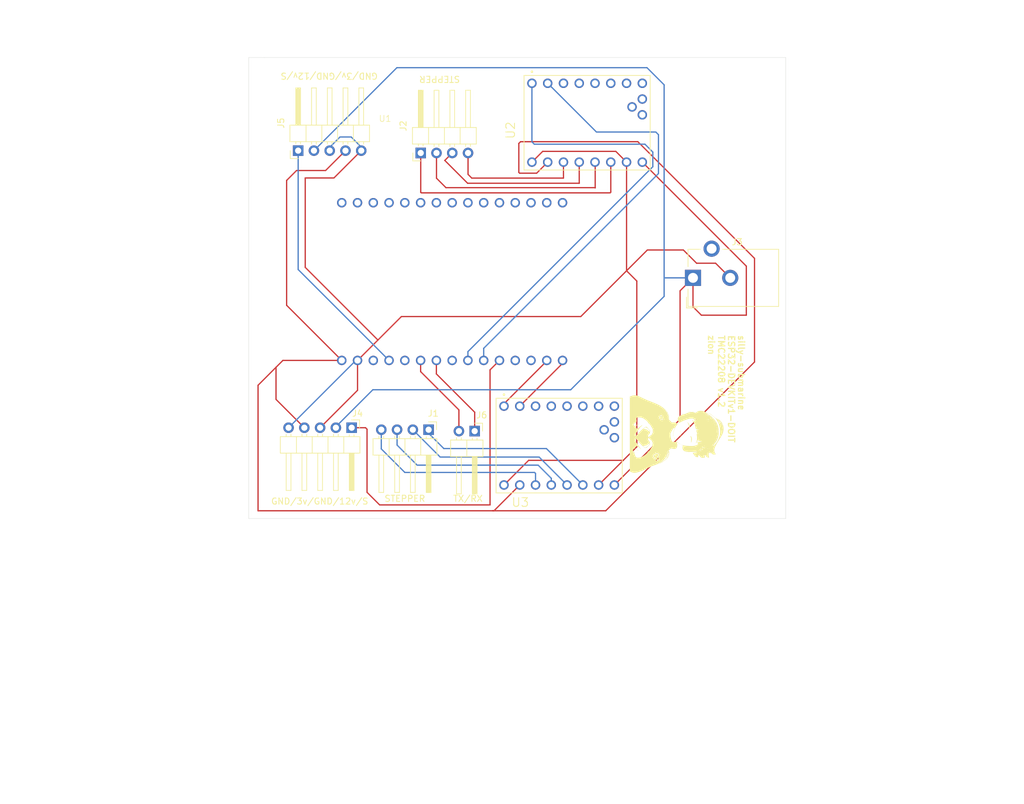
<source format=kicad_pcb>
(kicad_pcb (version 20240108) (generator "pcbnew") (generator_version "8.0")
  (layers (0 "F.Cu" signal) (31 "B.Cu" signal) (34 "B.Paste" user) (35 "F.Paste" user) (36 "B.SilkS" user "B.Silkscreen") (37 "F.SilkS" user "F.Silkscreen") (38 "B.Mask" user) (39 "F.Mask" user) (44 "Edge.Cuts" user))
  (net 0 "")
  (net 1 "Net-(J1-Pin_4)")
  (net 2 "Net-(J1-Pin_2)")
  (net 3 "Net-(J1-Pin_3)")
  (net 4 "Net-(J1-Pin_1)")
  (net 5 "Net-(J2-Pin_1)")
  (net 6 "Net-(J2-Pin_3)")
  (net 7 "Net-(J2-Pin_4)")
  (net 8 "Net-(J2-Pin_2)")
  (net 9 "+12V")
  (net 10 "Net-(J4-Pin_1)")
  (net 11 "Net-(J5-Pin_1)")
  (net 12 "Net-(U1-GPIO18)")
  (net 14 "Net-(U1-GPIO23)")
  (net 16 "Net-(U1-GPIO19)")
  (net 27 "Net-(U1-GPIO22)")
  (net 53 "Net-(J4-Pin_3)")
  (net 54 "Net-(J4-Pin_4)")
  (net 55 "Net-(J6-Pin_1)")
  (net 56 "Net-(J6-Pin_2)")
  (footprint "TMCv1.2:MODULE_TMC2208_SILENTSTEPSTICK" (layer "F.Cu") (at 134 37.5 90)
    (property "Reference" "U2" (at -1.22 -12.34 90) (layer "F.SilkS") (effects (font (size 1.4 1.4))))
    (property "Value" "TMC2208_SILENTSTEPSTICK")
    (pad "1" thru_hole circle (at -6.35 -8.89 90) (size 1.524 1.524) (drill 1.016) (layers "*.Cu" "*.Mask") (net 53 "Net-(J4-Pin_3)"))
    (pad "2" thru_hole circle (at -6.35 -6.35 90) (size 1.524 1.524) (drill 1.016) (layers "*.Cu" "*.Mask") (net 54 "Net-(J4-Pin_4)"))
    (pad "3" thru_hole circle (at -6.35 -3.81 90) (size 1.524 1.524) (drill 1.016) (layers "*.Cu" "*.Mask") (net 7 "Net-(J2-Pin_4)"))
    (pad "4" thru_hole circle (at -6.35 -1.27 90) (size 1.524 1.524) (drill 1.016) (layers "*.Cu" "*.Mask") (net 6 "Net-(J2-Pin_3)"))
    (pad "5" thru_hole circle (at -6.35 1.27 90) (size 1.524 1.524) (drill 1.016) (layers "*.Cu" "*.Mask") (net 8 "Net-(J2-Pin_2)"))
    (pad "6" thru_hole circle (at -6.35 3.81 90) (size 1.524 1.524) (drill 1.016) (layers "*.Cu" "*.Mask") (net 5 "Net-(J2-Pin_1)"))
    (pad "7" thru_hole circle (at -6.35 6.35 90) (size 1.524 1.524) (drill 1.016) (layers "*.Cu" "*.Mask") (net 53 "Net-(J4-Pin_3)"))
    (pad "8" thru_hole circle (at -6.35 8.89 90) (size 1.524 1.524) (drill 1.016) (layers "*.Cu" "*.Mask") (net 9 "+12V"))
    (pad "9" thru_hole circle (at 6.35 -8.89 90) (size 1.524 1.524) (drill 1.016) (layers "*.Cu" "*.Mask") (net 12 "Net-(U1-GPIO18)"))
    (pad "10" thru_hole circle (at 6.35 -6.35 90) (size 1.524 1.524) (drill 1.016) (layers "*.Cu" "*.Mask") (net 16 "Net-(U1-GPIO19)"))
    (pad "11" thru_hole circle (at 6.35 -3.81 90) (size 1.524 1.524) (drill 1.016) (layers "*.Cu" "*.Mask"))
    (pad "12" thru_hole circle (at 6.35 -1.27 90) (size 1.524 1.524) (drill 1.016) (layers "*.Cu" "*.Mask"))
    (pad "13" thru_hole circle (at 6.35 1.27 90) (size 1.524 1.524) (drill 1.016) (layers "*.Cu" "*.Mask"))
    (pad "14" thru_hole circle (at 6.35 3.81 90) (size 1.524 1.524) (drill 1.016) (layers "*.Cu" "*.Mask"))
    (pad "15" thru_hole circle (at 6.35 6.35 90) (size 1.524 1.524) (drill 1.016) (layers "*.Cu" "*.Mask"))
    (pad "16" thru_hole circle (at 6.35 8.89 90) (size 1.524 1.524) (drill 1.016) (layers "*.Cu" "*.Mask"))
    (pad "17" thru_hole circle (at 1.27 8.89 90) (size 1.524 1.524) (drill 1.016) (layers "*.Cu" "*.Mask"))
    (pad "18" thru_hole circle (at 3.81 8.89 90) (size 1.524 1.524) (drill 1.016) (layers "*.Cu" "*.Mask"))
    (pad "19" thru_hole circle (at 2.54 7.239 90) (size 1.524 1.524) (drill 1.016) (layers "*.Cu" "*.Mask"))
  )
  (footprint "Connector_PinHeader_2.54mm:PinHeader_1x04_P2.54mm_Horizontal" (layer "F.Cu") (at 108.47 86.945 -90)
    (property "Reference" "J1" (at -2.617 -0.75 180) (layer "F.SilkS"))
    (property "Value" "Conn_01x04_Socket")
    (pad "1" thru_hole rect (at 0 0 270) (size 1.7 1.7) (drill 1) (layers "*.Cu" "*.Mask") (net 4 "Net-(J1-Pin_1)"))
    (pad "2" thru_hole oval (at 0 2.54 270) (size 1.7 1.7) (drill 1) (layers "*.Cu" "*.Mask") (net 2 "Net-(J1-Pin_2)"))
    (pad "3" thru_hole oval (at 0 5.08 270) (size 1.7 1.7) (drill 1) (layers "*.Cu" "*.Mask") (net 3 "Net-(J1-Pin_3)"))
    (pad "4" thru_hole oval (at 0 7.62 270) (size 1.7 1.7) (drill 1) (layers "*.Cu" "*.Mask") (net 1 "Net-(J1-Pin_4)"))
  )
  (footprint "MountingHole:MountingHole_3.2mm_M3" (layer "F.Cu") (at 158.75 96.5)
    (property "Reference" "REF**")
    (property "Value" "MountingHole_3.2mm_M3")
    (pad "" np_thru_hole circle (at 0 0) (size 3.2 3.2) (drill 3.2) (layers "*.Cu" "*.Mask"))
  )
  (footprint "Connector_PinHeader_2.54mm:PinHeader_1x05_P2.54mm_Horizontal" (layer "F.Cu") (at 96.075 86.625 -90)
    (property "Reference" "J4" (at -2.297 -0.953 180) (layer "F.SilkS"))
    (property "Value" "Conn_01x05_Socket port bruhsless")
    (pad "1" thru_hole rect (at 0 0 270) (size 1.7 1.7) (drill 1) (layers "*.Cu" "*.Mask") (net 10 "Net-(J4-Pin_1)"))
    (pad "2" thru_hole oval (at 0 2.54 270) (size 1.7 1.7) (drill 1) (layers "*.Cu" "*.Mask") (net 9 "+12V"))
    (pad "3" thru_hole oval (at 0 5.08 270) (size 1.7 1.7) (drill 1) (layers "*.Cu" "*.Mask") (net 53 "Net-(J4-Pin_3)"))
    (pad "4" thru_hole oval (at 0 7.62 270) (size 1.7 1.7) (drill 1) (layers "*.Cu" "*.Mask") (net 54 "Net-(J4-Pin_4)"))
    (pad "5" thru_hole oval (at 0 10.16 270) (size 1.7 1.7) (drill 1) (layers "*.Cu" "*.Mask") (net 53 "Net-(J4-Pin_3)"))
  )
  (footprint "Connector_PinHeader_2.54mm:PinHeader_1x02_P2.54mm_Horizontal" (layer "F.Cu") (at 115.89 87.17 -90)
    (property "Reference" "J6" (at -2.57 -1.14 180) (layer "F.SilkS"))
    (property "Value" "Conn_01x02_Socket")
    (pad "1" thru_hole rect (at 0 0 270) (size 1.7 1.7) (drill 1) (layers "*.Cu" "*.Mask") (net 55 "Net-(J6-Pin_1)"))
    (pad "2" thru_hole oval (at 0 2.54 270) (size 1.7 1.7) (drill 1) (layers "*.Cu" "*.Mask") (net 56 "Net-(J6-Pin_2)"))
  )
  (footprint "TMCv1.2:MODULE_TMC2208_SILENTSTEPSTICK" (layer "F.Cu") (at 129.5 89.5 90)
    (property "Reference" "U3" (at -9.15 -6.26 0) (layer "F.SilkS") (effects (font (size 1.4 1.4))))
    (property "Value" "TMC2208_SILENTSTEPSTICK")
    (pad "1" thru_hole circle (at -6.35 -8.89 90) (size 1.524 1.524) (drill 1.016) (layers "*.Cu" "*.Mask") (net 53 "Net-(J4-Pin_3)"))
    (pad "2" thru_hole circle (at -6.35 -6.35 90) (size 1.524 1.524) (drill 1.016) (layers "*.Cu" "*.Mask") (net 54 "Net-(J4-Pin_4)"))
    (pad "3" thru_hole circle (at -6.35 -3.81 90) (size 1.524 1.524) (drill 1.016) (layers "*.Cu" "*.Mask") (net 1 "Net-(J1-Pin_4)"))
    (pad "4" thru_hole circle (at -6.35 -1.27 90) (size 1.524 1.524) (drill 1.016) (layers "*.Cu" "*.Mask") (net 3 "Net-(J1-Pin_3)"))
    (pad "5" thru_hole circle (at -6.35 1.27 90) (size 1.524 1.524) (drill 1.016) (layers "*.Cu" "*.Mask") (net 2 "Net-(J1-Pin_2)"))
    (pad "6" thru_hole circle (at -6.35 3.81 90) (size 1.524 1.524) (drill 1.016) (layers "*.Cu" "*.Mask") (net 4 "Net-(J1-Pin_1)"))
    (pad "7" thru_hole circle (at -6.35 6.35 90) (size 1.524 1.524) (drill 1.016) (layers "*.Cu" "*.Mask") (net 53 "Net-(J4-Pin_3)"))
    (pad "8" thru_hole circle (at -6.35 8.89 90) (size 1.524 1.524) (drill 1.016) (layers "*.Cu" "*.Mask") (net 9 "+12V"))
    (pad "9" thru_hole circle (at 6.35 -8.89 90) (size 1.524 1.524) (drill 1.016) (layers "*.Cu" "*.Mask") (net 27 "Net-(U1-GPIO22)"))
    (pad "10" thru_hole circle (at 6.35 -6.35 90) (size 1.524 1.524) (drill 1.016) (layers "*.Cu" "*.Mask") (net 14 "Net-(U1-GPIO23)"))
    (pad "11" thru_hole circle (at 6.35 -3.81 90) (size 1.524 1.524) (drill 1.016) (layers "*.Cu" "*.Mask"))
    (pad "12" thru_hole circle (at 6.35 -1.27 90) (size 1.524 1.524) (drill 1.016) (layers "*.Cu" "*.Mask"))
    (pad "13" thru_hole circle (at 6.35 1.27 90) (size 1.524 1.524) (drill 1.016) (layers "*.Cu" "*.Mask"))
    (pad "14" thru_hole circle (at 6.35 3.81 90) (size 1.524 1.524) (drill 1.016) (layers "*.Cu" "*.Mask"))
    (pad "15" thru_hole circle (at 6.35 6.35 90) (size 1.524 1.524) (drill 1.016) (layers "*.Cu" "*.Mask"))
    (pad "16" thru_hole circle (at 6.35 8.89 90) (size 1.524 1.524) (drill 1.016) (layers "*.Cu" "*.Mask"))
    (pad "17" thru_hole circle (at 1.27 8.89 90) (size 1.524 1.524) (drill 1.016) (layers "*.Cu" "*.Mask"))
    (pad "18" thru_hole circle (at 3.81 8.89 90) (size 1.524 1.524) (drill 1.016) (layers "*.Cu" "*.Mask"))
    (pad "19" thru_hole circle (at 2.54 7.239 90) (size 1.524 1.524) (drill 1.016) (layers "*.Cu" "*.Mask"))
  )
  (footprint "MountingHole:MountingHole_3.2mm_M3" (layer "F.Cu") (at 83.312 71.628)
    (property "Reference" "REF**")
    (property "Value" "MountingHole_3.2mm_M3")
    (pad "" np_thru_hole circle (at 0 0) (size 3.2 3.2) (drill 3.2) (layers "*.Cu" "*.Mask"))
  )
  (footprint "MountingHole:MountingHole_3.2mm_M3" (layer "F.Cu") (at 157.48 34.036)
    (property "Reference" "REF**")
    (property "Value" "MountingHole_3.2mm_M3")
    (pad "" np_thru_hole circle (at 0 0) (size 3.2 3.2) (drill 3.2) (layers "*.Cu" "*.Mask"))
  )
  (footprint "ESP32-DevKit-DOIT:ESP32-DevKitV1-DOIT" (layer "F.Cu") (at 94.482 50.387)
    (property "Reference" "U1" (at 6.978 -13.547 0) (layer "F.SilkS") (effects (font (thickness 0.1))))
    (property "Value" "~")
    (pad "1" thru_hole circle (at 0 0) (size 1.524 1.524) (drill 1.016) (layers "*.Cu" "*.Mask"))
    (pad "2" thru_hole circle (at 2.54 0) (size 1.524 1.524) (drill 1.016) (layers "*.Cu" "*.Mask"))
    (pad "3" thru_hole circle (at 5.08 0) (size 1.524 1.524) (drill 1.016) (layers "*.Cu" "*.Mask"))
    (pad "4" thru_hole circle (at 7.62 0) (size 1.524 1.524) (drill 1.016) (layers "*.Cu" "*.Mask"))
    (pad "5" thru_hole circle (at 10.16 0) (size 1.524 1.524) (drill 1.016) (layers "*.Cu" "*.Mask"))
    (pad "6" thru_hole circle (at 12.7 0) (size 1.524 1.524) (drill 1.016) (layers "*.Cu" "*.Mask"))
    (pad "7" thru_hole circle (at 15.24 0) (size 1.524 1.524) (drill 1.016) (layers "*.Cu" "*.Mask"))
    (pad "8" thru_hole circle (at 17.78 0) (size 1.524 1.524) (drill 1.016) (layers "*.Cu" "*.Mask"))
    (pad "9" thru_hole circle (at 20.32 0) (size 1.524 1.524) (drill 1.016) (layers "*.Cu" "*.Mask"))
    (pad "10" thru_hole circle (at 22.86 0) (size 1.524 1.524) (drill 1.016) (layers "*.Cu" "*.Mask"))
    (pad "11" thru_hole circle (at 25.4 0) (size 1.524 1.524) (drill 1.016) (layers "*.Cu" "*.Mask"))
    (pad "12" thru_hole circle (at 27.94 0) (size 1.524 1.524) (drill 1.016) (layers "*.Cu" "*.Mask"))
    (pad "13" thru_hole circle (at 30.48 0) (size 1.524 1.524) (drill 1.016) (layers "*.Cu" "*.Mask"))
    (pad "14" thru_hole circle (at 33.02 0) (size 1.524 1.524) (drill 1.016) (layers "*.Cu" "*.Mask"))
    (pad "15" thru_hole circle (at 35.56 0) (size 1.524 1.524) (drill 1.016) (layers "*.Cu" "*.Mask"))
    (pad "16" thru_hole circle (at 0 25.4) (size 1.524 1.524) (drill 1.016) (layers "*.Cu" "*.Mask") (net 54 "Net-(J4-Pin_4)"))
    (pad "17" thru_hole circle (at 2.54 25.4) (size 1.524 1.524) (drill 1.016) (layers "*.Cu" "*.Mask") (net 53 "Net-(J4-Pin_3)"))
    (pad "18" thru_hole circle (at 5.08 25.4) (size 1.524 1.524) (drill 1.016) (layers "*.Cu" "*.Mask"))
    (pad "19" thru_hole circle (at 7.62 25.4) (size 1.524 1.524) (drill 1.016) (layers "*.Cu" "*.Mask") (net 11 "Net-(J5-Pin_1)"))
    (pad "20" thru_hole circle (at 10.16 25.4) (size 1.524 1.524) (drill 1.016) (layers "*.Cu" "*.Mask"))
    (pad "21" thru_hole circle (at 12.7 25.4) (size 1.524 1.524) (drill 1.016) (layers "*.Cu" "*.Mask") (net 56 "Net-(J6-Pin_2)"))
    (pad "22" thru_hole circle (at 15.24 25.4) (size 1.524 1.524) (drill 1.016) (layers "*.Cu" "*.Mask") (net 55 "Net-(J6-Pin_1)"))
    (pad "23" thru_hole circle (at 17.78 25.4) (size 1.524 1.524) (drill 1.016) (layers "*.Cu" "*.Mask"))
    (pad "24" thru_hole circle (at 20.32 25.4) (size 1.524 1.524) (drill 1.016) (layers "*.Cu" "*.Mask") (net 12 "Net-(U1-GPIO18)"))
    (pad "25" thru_hole circle (at 22.86 25.4) (size 1.524 1.524) (drill 1.016) (layers "*.Cu" "*.Mask") (net 16 "Net-(U1-GPIO19)"))
    (pad "26" thru_hole circle (at 25.4 25.4) (size 1.524 1.524) (drill 1.016) (layers "*.Cu" "*.Mask") (net 10 "Net-(J4-Pin_1)"))
    (pad "27" thru_hole circle (at 27.94 25.4) (size 1.524 1.524) (drill 1.016) (layers "*.Cu" "*.Mask"))
    (pad "28" thru_hole circle (at 30.48 25.4) (size 1.524 1.524) (drill 1.016) (layers "*.Cu" "*.Mask"))
    (pad "29" thru_hole circle (at 33.02 25.4) (size 1.524 1.524) (drill 1.016) (layers "*.Cu" "*.Mask") (net 27 "Net-(U1-GPIO22)"))
    (pad "30" thru_hole circle (at 35.56 25.4) (size 1.524 1.524) (drill 1.016) (layers "*.Cu" "*.Mask") (net 14 "Net-(U1-GPIO23)"))
  )
  (footprint "Connector_BarrelJack:BarrelJack_CUI_PJ-102AH_Horizontal" (layer "F.Cu") (at 151.05 62.49 90)
    (property "Reference" "J3" (at 5.78 7.12 360) (layer "F.SilkS"))
    (property "Value" "Jack-DC")
    (pad "1" thru_hole rect (at 0 0 90) (size 2.6 2.6) (drill 1.6) (layers "*.Cu" "*.Mask") (net 9 "+12V"))
    (pad "2" thru_hole circle (at 0 6 90) (size 2.6 2.6) (drill 1.6) (layers "*.Cu" "*.Mask") (net 53 "Net-(J4-Pin_3)"))
    (pad "3" thru_hole circle (at 4.7 3 90) (size 2.6 2.6) (drill 1.6) (layers "*.Cu" "*.Mask"))
  )
  (footprint "Connector_PinHeader_2.54mm:PinHeader_1x05_P2.54mm_Horizontal" (layer "F.Cu") (at 87.46 42 90)
    (property "Reference" "J5" (at 4.44 -2.77 90) (layer "F.SilkS"))
    (property "Value" "Conn_01x05_Socket stbd bruhshless")
    (pad "1" thru_hole rect (at 0 0 90) (size 1.7 1.7) (drill 1) (layers "*.Cu" "*.Mask") (net 11 "Net-(J5-Pin_1)"))
    (pad "2" thru_hole oval (at 0 2.54 90) (size 1.7 1.7) (drill 1) (layers "*.Cu" "*.Mask") (net 9 "+12V"))
    (pad "3" thru_hole oval (at 0 5.08 90) (size 1.7 1.7) (drill 1) (layers "*.Cu" "*.Mask") (net 53 "Net-(J4-Pin_3)"))
    (pad "4" thru_hole oval (at 0 7.62 90) (size 1.7 1.7) (drill 1) (layers "*.Cu" "*.Mask") (net 54 "Net-(J4-Pin_4)"))
    (pad "5" thru_hole oval (at 0 10.16 90) (size 1.7 1.7) (drill 1) (layers "*.Cu" "*.Mask") (net 53 "Net-(J4-Pin_3)"))
  )
  (footprint "bitmaps:lofigirl_bitmap_20mmx20mm" (layer "F.Cu") (at 150.88 88.13 -90)
    (property "Reference" "G***")
    (property "Value" "LOGO" (hide yes))
  )
  (footprint "Connector_PinHeader_2.54mm:PinHeader_1x04_P2.54mm_Horizontal" (layer "F.Cu") (at 107.2 42.375 90)
    (property "Reference" "J2" (at 4.355 -2.81 90) (layer "F.SilkS"))
    (property "Value" "Conn_01x04_Socket")
    (pad "1" thru_hole rect (at 0 0 90) (size 1.7 1.7) (drill 1) (layers "*.Cu" "*.Mask") (net 5 "Net-(J2-Pin_1)"))
    (pad "2" thru_hole oval (at 0 2.54 90) (size 1.7 1.7) (drill 1) (layers "*.Cu" "*.Mask") (net 8 "Net-(J2-Pin_2)"))
    (pad "3" thru_hole oval (at 0 5.08 90) (size 1.7 1.7) (drill 1) (layers "*.Cu" "*.Mask") (net 6 "Net-(J2-Pin_3)"))
    (pad "4" thru_hole oval (at 0 7.62 90) (size 1.7 1.7) (drill 1) (layers "*.Cu" "*.Mask") (net 7 "Net-(J2-Pin_4)"))
  )
  (gr_line (start 166 27) (end 166 101.25) (stroke (width 0.05)) (layer "Edge.Cuts"))
  (gr_line (start 79.5 27) (end 82 27) (stroke (width 0.05)) (layer "Edge.Cuts"))
  (gr_line (start 79.5 101.25) (end 79.5 27) (stroke (width 0.05)) (layer "Edge.Cuts"))
  (gr_line (start 82 27) (end 166 27) (stroke (width 0.05)) (layer "Edge.Cuts"))
  (gr_line (start 166 101.25) (end 79.5 101.25) (stroke (width 0.05)) (layer "Edge.Cuts"))
  (gr_text "GND/3v/GND/12v/S" (at 92.456 29.972 180) (layer "F.SilkS") (effects (font (size 1 1))))
  (gr_text "GND/3v/GND/12v/S" (at 90.932 98.48 0) (layer "F.SilkS") (effects (font (size 1 1))))
  (gr_text "TX/RX" (at 114.808 98.044 0) (layer "F.SilkS") (effects (font (size 1 1))))
  (gr_text "silly-submarine\nESP32-DEVKITv1-DOIT\nTMC22208 v1.2\nzion" (at 153.416 71.628 270) (layer "F.SilkS") (effects (font (size 1 1) (thickness 0.2) (bold yes)) (justify left bottom)))
  (gr_text "STEPPER" (at 104.648 98.044 0) (layer "F.SilkS") (effects (font (size 1 1))))
  (gr_text "STEPPER" (at 110.236 30.48 180) (layer "F.SilkS") (effects (font (size 1 1))))
  (segment (start 125.69 95.85) (end 125.69 93.99) (width 0.2) (layer "B.Cu") (net 1))
  (segment (start 100.85 90.04) (end 100.85 86.945) (width 0.2) (layer "B.Cu") (net 1))
  (segment (start 104.64 93.83) (end 100.85 90.04) (width 0.2) (layer "B.Cu") (net 1))
  (segment (start 125.69 93.99) (end 125.53 93.83) (width 0.2) (layer "B.Cu") (net 1))
  (segment (start 125.53 93.83) (end 104.64 93.83) (width 0.2) (layer "B.Cu") (net 1))
  (segment (start 130.77 95.85) (end 126.27 91.35) (width 0.2) (layer "B.Cu") (net 2))
  (segment (start 110.335 91.35) (end 105.93 86.945) (width 0.2) (layer "B.Cu") (net 2))
  (segment (start 126.27 91.35) (end 110.335 91.35) (width 0.2) (layer "B.Cu") (net 2))
  (segment (start 128.23 95.85) (end 128.23 94.77237) (width 0.2) (layer "B.Cu") (net 3))
  (segment (start 128.23 94.77237) (end 126.10763 92.65) (width 0.2) (layer "B.Cu") (net 3))
  (segment (start 106.62 92.65) (end 103.39 89.42) (width 0.2) (layer "B.Cu") (net 3))
  (segment (start 126.10763 92.65) (end 106.62 92.65) (width 0.2) (layer "B.Cu") (net 3))
  (segment (start 103.39 89.42) (end 103.39 86.945) (width 0.2) (layer "B.Cu") (net 3))
  (segment (start 133.31 95.85) (end 127.44 89.98) (width 0.2) (layer "B.Cu") (net 4))
  (segment (start 127.44 89.98) (end 110.92 89.98) (width 0.2) (layer "B.Cu") (net 4))
  (segment (start 108.47 87.53) (end 108.47 86.945) (width 0.2) (layer "B.Cu") (net 4))
  (segment (start 110.92 89.98) (end 108.47 87.53) (width 0.2) (layer "B.Cu") (net 4))
  (segment (start 107.2 48.7) (end 107.3 48.8) (width 0.2) (layer "F.Cu") (net 5))
  (segment (start 107.2 42.375) (end 107.2 48.7) (width 0.2) (layer "F.Cu") (net 5))
  (segment (start 107.3 48.8) (end 137.7 48.8) (width 0.2) (layer "F.Cu") (net 5))
  (segment (start 137.81 48.69) (end 137.81 43.85) (width 0.2) (layer "F.Cu") (net 5))
  (segment (start 137.7 48.8) (end 137.81 48.69) (width 0.2) (layer "F.Cu") (net 5))
  (segment (start 114.75 47.25) (end 132.73 47.25) (width 0.2) (layer "F.Cu") (net 6))
  (segment (start 111.0775 43.5775) (end 114.75 47.25) (width 0.2) (layer "F.Cu") (net 6))
  (segment (start 132.73 47.25) (end 132.73 43.85) (width 0.2) (layer "F.Cu") (net 6))
  (segment (start 112.28 42.375) (end 111.0775 43.5775) (width 0.2) (layer "F.Cu") (net 6))
  (segment (start 130.19 46.42) (end 130.19 43.85) (width 0.2) (layer "F.Cu") (net 7))
  (segment (start 115.42 46.42) (end 130.19 46.42) (width 0.2) (layer "F.Cu") (net 7))
  (segment (start 114.82 45.82) (end 115.42 46.42) (width 0.2) (layer "F.Cu") (net 7))
  (segment (start 114.82 42.375) (end 114.82 45.82) (width 0.2) (layer "F.Cu") (net 7))
  (segment (start 135.3 43.88) (end 135.27 43.85) (width 0.2) (layer "F.Cu") (net 8))
  (segment (start 109.74 42.375) (end 109.74 46.44) (width 0.2) (layer "F.Cu") (net 8))
  (segment (start 135.3 48) (end 135.3 43.88) (width 0.2) (layer "F.Cu") (net 8))
  (segment (start 111.26 47.96) (end 135.26 47.96) (width 0.2) (layer "F.Cu") (net 8))
  (segment (start 109.74 46.44) (end 111.26 47.96) (width 0.2) (layer "F.Cu") (net 8))
  (segment (start 135.26 47.96) (end 135.3 48) (width 0.2) (layer "F.Cu") (net 8))
  (segment (start 159.64 68.5) (end 159.64 60.6) (width 0.2) (layer "F.Cu") (net 9))
  (segment (start 151.05 62.49) (end 151.05 67.15) (width 0.2) (layer "F.Cu") (net 9))
  (segment (start 138.39 95.85) (end 148.97 85.27) (width 0.2) (layer "F.Cu") (net 9))
  (segment (start 159.64 60.6) (end 142.89 43.85) (width 0.2) (layer "F.Cu") (net 9))
  (segment (start 151.05 67.15) (end 152.4 68.5) (width 0.2) (layer "F.Cu") (net 9))
  (segment (start 148.97 64.57) (end 151.05 62.49) (width 0.2) (layer "F.Cu") (net 9))
  (segment (start 152.4 68.5) (end 159.64 68.5) (width 0.2) (layer "F.Cu") (net 9))
  (segment (start 142.89 44.37) (end 142.89 43.85) (width 0.2) (layer "F.Cu") (net 9))
  (segment (start 148.97 85.27) (end 148.97 64.57) (width 0.2) (layer "F.Cu") (net 9))
  (segment (start 146.4 65.47) (end 146.4 62.49) (width 0.2) (layer "B.Cu") (net 9))
  (segment (start 151.05 62.49) (end 146.4 62.49) (width 0.2) (layer "B.Cu") (net 9))
  (segment (start 146.4 31.4) (end 143.64 28.64) (width 0.2) (layer "B.Cu") (net 9))
  (segment (start 131.36 80.51) (end 146.4 65.47) (width 0.2) (layer "B.Cu") (net 9))
  (segment (start 103.36 28.64) (end 90 42) (width 0.2) (layer "B.Cu") (net 9))
  (segment (start 143.64 28.64) (end 103.36 28.64) (width 0.2) (layer "B.Cu") (net 9))
  (segment (start 93.535 86.625) (end 93.535 86.465) (width 0.2) (layer "B.Cu") (net 9))
  (segment (start 99.49 80.51) (end 131.36 80.51) (width 0.2) (layer "B.Cu") (net 9))
  (segment (start 93.535 86.465) (end 99.49 80.51) (width 0.2) (layer "B.Cu") (net 9))
  (segment (start 146.4 62.49) (end 146.4 31.4) (width 0.2) (layer "B.Cu") (net 9))
  (segment (start 96.075 86.625) (end 98.309 86.625) (width 0.2) (layer "F.Cu") (net 10))
  (segment (start 98.552 97.028) (end 100.584 99.06) (width 0.2) (layer "F.Cu") (net 10))
  (segment (start 98.552 86.868) (end 98.552 97.028) (width 0.2) (layer "F.Cu") (net 10))
  (segment (start 98.309 86.625) (end 98.552 86.868) (width 0.2) (layer "F.Cu") (net 10))
  (segment (start 118.364 99.06) (end 118.364 77.305) (width 0.2) (layer "F.Cu") (net 10))
  (segment (start 100.584 99.06) (end 118.364 99.06) (width 0.2) (layer "F.Cu") (net 10))
  (segment (start 96.075 86.625) (end 96.344 86.625) (width 0.2) (layer "F.Cu") (net 10))
  (segment (start 118.364 77.305) (end 119.882 75.787) (width 0.2) (layer "F.Cu") (net 10))
  (segment (start 102.102 75.787) (end 87.46 61.145) (width 0.2) (layer "B.Cu") (net 11))
  (segment (start 87.46 61.145) (end 87.46 42) (width 0.2) (layer "B.Cu") (net 11))
  (segment (start 125.49 40.96) (end 125.11 40.58) (width 0.2) (layer "B.Cu") (net 12))
  (segment (start 144.58 44.59) (end 144.58 42.23) (width 0.2) (layer "B.Cu") (net 12))
  (segment (start 114.802 75.787) (end 114.802 74.368) (width 0.2) (layer "B.Cu") (net 12))
  (segment (start 143.31 40.96) (end 125.49 40.96) (width 0.2) (layer "B.Cu") (net 12))
  (segment (start 125.11 40.58) (end 125.11 31.15) (width 0.2) (layer "B.Cu") (net 12))
  (segment (start 114.802 74.368) (end 144.58 44.59) (width 0.2) (layer "B.Cu") (net 12))
  (segment (start 144.58 42.23) (end 143.31 40.96) (width 0.2) (layer "B.Cu") (net 12))
  (segment (start 123.15 83.15) (end 130.042 76.258) (width 0.2) (layer "F.Cu") (net 14))
  (segment (start 130.042 76.258) (end 130.042 75.787) (width 0.2) (layer "F.Cu") (net 14))
  (segment (start 145.06 39) (end 135.5 39) (width 0.2) (layer "B.Cu") (net 16))
  (segment (start 145.49 39.43) (end 145.06 39) (width 0.2) (layer "B.Cu") (net 16))
  (segment (start 117.342 73.838) (end 145.49 45.69) (width 0.2) (layer "B.Cu") (net 16))
  (segment (start 145.49 45.69) (end 145.49 39.43) (width 0.2) (layer "B.Cu") (net 16))
  (segment (start 117.342 75.787) (end 117.342 73.838) (width 0.2) (layer "B.Cu") (net 16))
  (segment (start 135.5 39) (end 127.65 31.15) (width 0.2) (layer "B.Cu") (net 16))
  (segment (start 120.61 82.77) (end 127.502 75.878) (width 0.2) (layer "F.Cu") (net 27))
  (segment (start 120.61 83.15) (end 120.61 82.77) (width 0.2) (layer "F.Cu") (net 27))
  (segment (start 127.502 75.878) (end 127.502 75.787) (width 0.2) (layer "F.Cu") (net 27))
  (segment (start 135.5 95.5) (end 135.85 95.85) (width 0.2) (layer "F.Cu") (net 53))
  (segment (start 138.62 42.12) (end 140.35 43.85) (width 0.2) (layer "F.Cu") (net 53))
  (segment (start 143.7 58) (end 140.35 61.35) (width 0.2) (layer "F.Cu") (net 53))
  (segment (start 157.05 62.49) (end 154.69 60.13) (width 0.2) (layer "F.Cu") (net 53))
  (segment (start 151.63 60.13) (end 149.5 58) (width 0.2) (layer "F.Cu") (net 53))
  (segment (start 88.6 46.4) (end 88.6 60.8) (width 0.2) (layer "F.Cu") (net 53))
  (segment (start 88.6 60.8) (end 100.3045 72.5045) (width 0.2) (layer "F.Cu") (net 53))
  (segment (start 135.85 95.85) (end 139.82 91.88) (width 0.2) (layer "F.Cu") (net 53))
  (segment (start 104.089 68.72) (end 132.98 68.72) (width 0.2) (layer "F.Cu") (net 53))
  (segment (start 142 89.7) (end 142 63) (width 0.2) (layer "F.Cu") (net 53))
  (segment (start 149.5 58) (end 143.7 58) (width 0.2) (layer "F.Cu") (net 53))
  (segment (start 100.3045 72.5045) (end 104.089 68.72) (width 0.2) (layer "F.Cu") (net 53))
  (segment (start 154.69 60.13) (end 151.63 60.13) (width 0.2) (layer "F.Cu") (net 53))
  (segment (start 93.22 46.4) (end 88.6 46.4) (width 0.2) (layer "F.Cu") (net 53))
  (segment (start 125.11 43.85) (end 126.84 42.12) (width 0.2) (layer "F.Cu") (net 53))
  (segment (start 140.35 43.85) (end 140.35 61.35) (width 0.2) (layer "F.Cu") (net 53))
  (segment (start 142 63) (end 140.35 61.35) (width 0.2) (layer "F.Cu") (net 53))
  (segment (start 97.022 75.787) (end 100.3045 72.5045) (width 0.2) (layer "F.Cu") (net 53))
  (segment (start 139.82 91.88) (end 142 89.7) (width 0.2) (layer "F.Cu") (net 53))
  (segment (start 97.62 42) (end 93.22 46.4) (width 0.2) (layer "F.Cu") (net 53))
  (segment (start 120.61 95.85) (end 124.58 91.88) (width 0.2) (layer "F.Cu") (net 53))
  (segment (start 97.022 80.598) (end 97.022 75.787) (width 0.2) (layer "F.Cu") (net 53))
  (segment (start 90.995 86.625) (end 97.022 80.598) (width 0.2) (layer "F.Cu") (net 53))
  (segment (start 132.98 68.72) (end 140.35 61.35) (width 0.2) (layer "F.Cu") (net 53))
  (segment (start 124.58 91.88) (end 139.82 91.88) (width 0.2) (layer "F.Cu") (net 53))
  (segment (start 126.84 42.12) (end 138.62 42.12) (width 0.2) (layer "F.Cu") (net 53))
  (segment (start 92.54 41.46) (end 94.2 39.8) (width 0.2) (layer "B.Cu") (net 53))
  (segment (start 96.753 75.787) (end 97.022 75.787) (width 0.2) (layer "B.Cu") (net 53))
  (segment (start 85.915 86.625) (end 96.753 75.787) (width 0.2) (layer "B.Cu") (net 53))
  (segment (start 96 39.8) (end 97.62 41.42) (width 0.2) (layer "B.Cu") (net 53))
  (segment (start 97.62 41.42) (end 97.62 42) (width 0.2) (layer "B.Cu") (net 53))
  (segment (start 92.54 42) (end 92.54 41.46) (width 0.2) (layer "B.Cu") (net 53))
  (segment (start 94.2 39.8) (end 96 39.8) (width 0.2) (layer "B.Cu") (net 53))
  (segment (start 85.6 46.8) (end 85.6 66.905) (width 0.2) (layer "F.Cu") (net 54))
  (segment (start 81 100) (end 81 79.787) (width 0.2) (layer "F.Cu") (net 54))
  (segment (start 123.28 40.56) (end 142.17 40.56) (width 0.2) (layer "F.Cu") (net 54))
  (segment (start 88.455 86.625) (end 83.8935 82.0635) (width 0.2) (layer "F.Cu") (net 54))
  (segment (start 123 45.5) (end 123 40.84) (width 0.2) (layer "F.Cu") (net 54))
  (segment (start 123.15 95.85) (end 123 96) (width 0.2) (layer "F.Cu") (net 54))
  (segment (start 137 100) (end 118.8 100) (width 0.2) (layer "F.Cu") (net 54))
  (segment (start 160.96 76.04) (end 137 100) (width 0.2) (layer "F.Cu") (net 54))
  (segment (start 87.2 45.2) (end 85.6 46.8) (width 0.2) (layer "F.Cu") (net 54))
  (segment (start 81 79.787) (end 83.8935 76.8935) (width 0.2) (layer "F.Cu") (net 54))
  (segment (start 125.87 45.63) (end 123.13 45.63) (width 0.2) (layer "F.Cu") (net 54))
  (segment (start 85 75.787) (end 94.482 75.787) (width 0.2) (layer "F.Cu") (net 54))
  (segment (start 83.8935 76.8935) (end 85 75.787) (width 0.2) (layer "F.Cu") (net 54))
  (segment (start 160.96 59.35) (end 160.96 76.04) (width 0.2) (layer "F.Cu") (net 54))
  (segment (start 95.08 42) (end 91.88 45.2) (width 0.2) (layer "F.Cu") (net 54))
  (segment (start 85.6 66.905) (end 94.482 75.787) (width 0.2) (layer "F.Cu") (net 54))
  (segment (start 123 40.84) (end 123.28 40.56) (width 0.2) (layer "F.Cu") (net 54))
  (segment (start 127.65 43.85) (end 125.87 45.63) (width 0.2) (layer "F.Cu") (net 54))
  (segment (start 91.88 45.2) (end 87.2 45.2) (width 0.2) (layer "F.Cu") (net 54))
  (segment (start 123.15 95.85) (end 119 100) (width 0.2) (layer "F.Cu") (net 54))
  (segment (start 142.17 40.56) (end 160.96 59.35) (width 0.2) (layer "F.Cu") (net 54))
  (segment (start 123.13 45.63) (end 123 45.5) (width 0.2) (layer "F.Cu") (net 54))
  (segment (start 118.8 100) (end 81 100) (width 0.2) (layer "F.Cu") (net 54))
  (segment (start 119 100) (end 118.8 100) (width 0.2) (layer "F.Cu") (net 54))
  (segment (start 83.8935 82.0635) (end 83.8935 76.8935) (width 0.2) (layer "F.Cu") (net 54))
  (segment (start 115.89 87.17) (end 115.89 84.13) (width 0.2) (layer "F.Cu") (net 55))
  (segment (start 109.722 75.787) (end 109.722 77.962) (width 0.2) (layer "F.Cu") (net 55))
  (segment (start 109.722 77.962) (end 115.89 84.13) (width 0.2) (layer "F.Cu") (net 55))
  (segment (start 107.182 75.787) (end 107.182 77.587) (width 0.2) (layer "F.Cu") (net 56))
  (segment (start 113.35 87.17) (end 113.35 83.755) (width 0.2) (layer "F.Cu") (net 56))
  (segment (start 107.182 77.587) (end 113.35 83.755) (width 0.2) (layer "F.Cu") (net 56))
)
</source>
